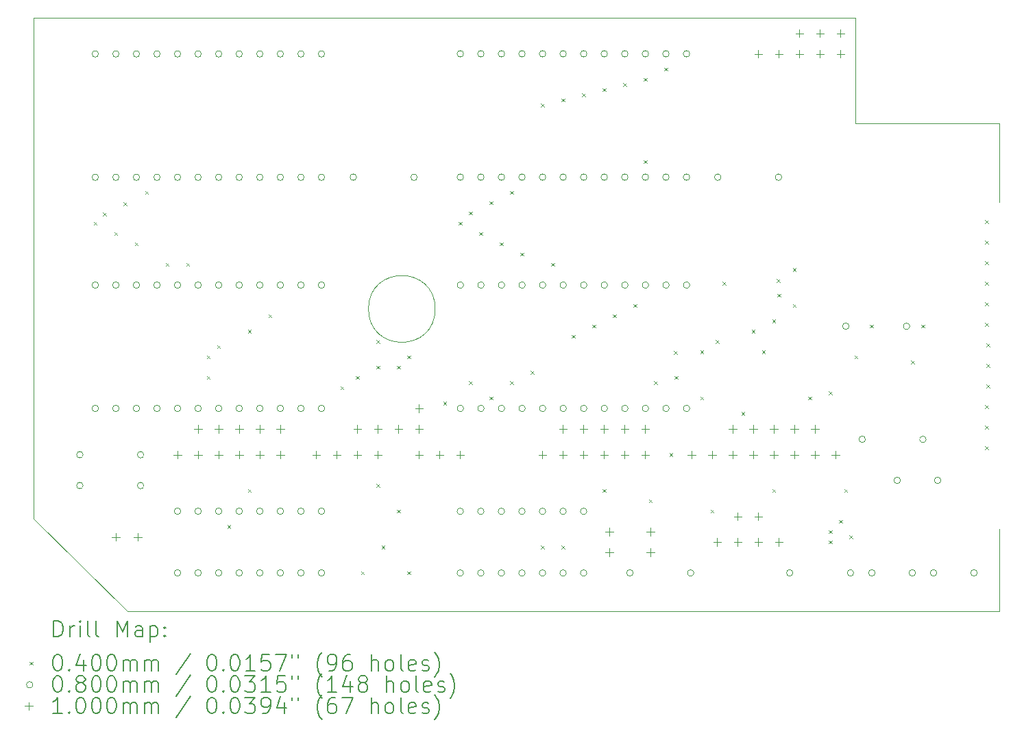
<source format=gbr>
%FSLAX45Y45*%
G04 Gerber Fmt 4.5, Leading zero omitted, Abs format (unit mm)*
G04 Created by KiCad (PCBNEW (6.0.0)) date 2022-11-09 00:48:39*
%MOMM*%
%LPD*%
G01*
G04 APERTURE LIST*
%TA.AperFunction,Profile*%
%ADD10C,0.100000*%
%TD*%
%ADD11C,0.200000*%
%ADD12C,0.040000*%
%ADD13C,0.080000*%
%ADD14C,0.100000*%
G04 APERTURE END LIST*
D10*
X18918500Y-9323430D02*
X18918500Y-8351430D01*
X11946500Y-10644930D02*
G75*
G03*
X11946500Y-10644930I-412500J0D01*
G01*
X18918500Y-8351430D02*
X17140500Y-8351430D01*
X17140500Y-8351430D02*
X17140500Y-7048430D01*
X18918500Y-13364570D02*
X18918500Y-14379570D01*
X6981500Y-7048430D02*
X6981500Y-13236430D01*
X8141500Y-14379570D02*
X6981500Y-13236430D01*
X18918500Y-14379570D02*
X8141500Y-14379570D01*
X17140500Y-7048430D02*
X6981500Y-7048430D01*
D11*
D12*
X7727000Y-9568500D02*
X7767000Y-9608500D01*
X7767000Y-9568500D02*
X7727000Y-9608500D01*
X7839451Y-9456049D02*
X7879451Y-9496049D01*
X7879451Y-9456049D02*
X7839451Y-9496049D01*
X7981000Y-9695500D02*
X8021000Y-9735500D01*
X8021000Y-9695500D02*
X7981000Y-9735500D01*
X8093451Y-9329049D02*
X8133451Y-9369049D01*
X8133451Y-9329049D02*
X8093451Y-9369049D01*
X8235000Y-9822500D02*
X8275000Y-9862500D01*
X8275000Y-9822500D02*
X8235000Y-9862500D01*
X8362000Y-9187500D02*
X8402000Y-9227500D01*
X8402000Y-9187500D02*
X8362000Y-9227500D01*
X8616000Y-10076500D02*
X8656000Y-10116500D01*
X8656000Y-10076500D02*
X8616000Y-10116500D01*
X8870000Y-10076500D02*
X8910000Y-10116500D01*
X8910000Y-10076500D02*
X8870000Y-10116500D01*
X9124000Y-11219500D02*
X9164000Y-11259500D01*
X9164000Y-11219500D02*
X9124000Y-11259500D01*
X9124000Y-11473500D02*
X9164000Y-11513500D01*
X9164000Y-11473500D02*
X9124000Y-11513500D01*
X9251000Y-11092500D02*
X9291000Y-11132500D01*
X9291000Y-11092500D02*
X9251000Y-11132500D01*
X9378000Y-13315000D02*
X9418000Y-13355000D01*
X9418000Y-13315000D02*
X9378000Y-13355000D01*
X9632000Y-10902000D02*
X9672000Y-10942000D01*
X9672000Y-10902000D02*
X9632000Y-10942000D01*
X9632000Y-12870500D02*
X9672000Y-12910500D01*
X9672000Y-12870500D02*
X9632000Y-12910500D01*
X9886000Y-10711500D02*
X9926000Y-10751500D01*
X9926000Y-10711500D02*
X9886000Y-10751500D01*
X10775000Y-11600500D02*
X10815000Y-11640500D01*
X10815000Y-11600500D02*
X10775000Y-11640500D01*
X10965500Y-11473500D02*
X11005500Y-11513500D01*
X11005500Y-11473500D02*
X10965500Y-11513500D01*
X11029000Y-13886500D02*
X11069000Y-13926500D01*
X11069000Y-13886500D02*
X11029000Y-13926500D01*
X11219500Y-11029000D02*
X11259500Y-11069000D01*
X11259500Y-11029000D02*
X11219500Y-11069000D01*
X11219500Y-11346500D02*
X11259500Y-11386500D01*
X11259500Y-11346500D02*
X11219500Y-11386500D01*
X11219500Y-12807000D02*
X11259500Y-12847000D01*
X11259500Y-12807000D02*
X11219500Y-12847000D01*
X11283000Y-13569000D02*
X11323000Y-13609000D01*
X11323000Y-13569000D02*
X11283000Y-13609000D01*
X11473500Y-11346500D02*
X11513500Y-11386500D01*
X11513500Y-11346500D02*
X11473500Y-11386500D01*
X11473500Y-13124500D02*
X11513500Y-13164500D01*
X11513500Y-13124500D02*
X11473500Y-13164500D01*
X11600500Y-11219500D02*
X11640500Y-11259500D01*
X11640500Y-11219500D02*
X11600500Y-11259500D01*
X11600500Y-13886500D02*
X11640500Y-13926500D01*
X11640500Y-13886500D02*
X11600500Y-13926500D01*
X12045000Y-11791000D02*
X12085000Y-11831000D01*
X12085000Y-11791000D02*
X12045000Y-11831000D01*
X12236000Y-9568500D02*
X12276000Y-9608500D01*
X12276000Y-9568500D02*
X12236000Y-9608500D01*
X12362500Y-9441500D02*
X12402500Y-9481500D01*
X12402500Y-9441500D02*
X12362500Y-9481500D01*
X12362500Y-11537000D02*
X12402500Y-11577000D01*
X12402500Y-11537000D02*
X12362500Y-11577000D01*
X12490000Y-9695500D02*
X12530000Y-9735500D01*
X12530000Y-9695500D02*
X12490000Y-9735500D01*
X12616500Y-9314500D02*
X12656500Y-9354500D01*
X12656500Y-9314500D02*
X12616500Y-9354500D01*
X12616500Y-11727500D02*
X12656500Y-11767500D01*
X12656500Y-11727500D02*
X12616500Y-11767500D01*
X12743500Y-9822500D02*
X12783500Y-9862500D01*
X12783500Y-9822500D02*
X12743500Y-9862500D01*
X12870500Y-9187500D02*
X12910500Y-9227500D01*
X12910500Y-9187500D02*
X12870500Y-9227500D01*
X12870500Y-11537000D02*
X12910500Y-11577000D01*
X12910500Y-11537000D02*
X12870500Y-11577000D01*
X12998000Y-9950000D02*
X13038000Y-9990000D01*
X13038000Y-9950000D02*
X12998000Y-9990000D01*
X13124500Y-11410000D02*
X13164500Y-11450000D01*
X13164500Y-11410000D02*
X13124500Y-11450000D01*
X13252000Y-8107500D02*
X13292000Y-8147500D01*
X13292000Y-8107500D02*
X13252000Y-8147500D01*
X13252000Y-13568500D02*
X13292000Y-13608500D01*
X13292000Y-13568500D02*
X13252000Y-13608500D01*
X13378500Y-10076500D02*
X13418500Y-10116500D01*
X13418500Y-10076500D02*
X13378500Y-10116500D01*
X13506000Y-8044000D02*
X13546000Y-8084000D01*
X13546000Y-8044000D02*
X13506000Y-8084000D01*
X13506000Y-13568500D02*
X13546000Y-13608500D01*
X13546000Y-13568500D02*
X13506000Y-13608500D01*
X13632500Y-10965500D02*
X13672500Y-11005500D01*
X13672500Y-10965500D02*
X13632500Y-11005500D01*
X13760000Y-7980500D02*
X13800000Y-8020500D01*
X13800000Y-7980500D02*
X13760000Y-8020500D01*
X13886500Y-10838500D02*
X13926500Y-10878500D01*
X13926500Y-10838500D02*
X13886500Y-10878500D01*
X14013500Y-12870500D02*
X14053500Y-12910500D01*
X14053500Y-12870500D02*
X14013500Y-12910500D01*
X14014000Y-7917000D02*
X14054000Y-7957000D01*
X14054000Y-7917000D02*
X14014000Y-7957000D01*
X14140500Y-10711500D02*
X14180500Y-10751500D01*
X14180500Y-10711500D02*
X14140500Y-10751500D01*
X14268000Y-7853500D02*
X14308000Y-7893500D01*
X14308000Y-7853500D02*
X14268000Y-7893500D01*
X14394500Y-10584500D02*
X14434500Y-10624500D01*
X14434500Y-10584500D02*
X14394500Y-10624500D01*
X14522000Y-7790000D02*
X14562000Y-7830000D01*
X14562000Y-7790000D02*
X14522000Y-7830000D01*
X14522000Y-8806000D02*
X14562000Y-8846000D01*
X14562000Y-8806000D02*
X14522000Y-8846000D01*
X14585000Y-12997500D02*
X14625000Y-13037500D01*
X14625000Y-12997500D02*
X14585000Y-13037500D01*
X14648500Y-11537000D02*
X14688500Y-11577000D01*
X14688500Y-11537000D02*
X14648500Y-11577000D01*
X14776000Y-7663000D02*
X14816000Y-7703000D01*
X14816000Y-7663000D02*
X14776000Y-7703000D01*
X14839000Y-12426000D02*
X14879000Y-12466000D01*
X14879000Y-12426000D02*
X14839000Y-12466000D01*
X14893549Y-11164951D02*
X14933549Y-11204951D01*
X14933549Y-11164951D02*
X14893549Y-11204951D01*
X14902500Y-11473500D02*
X14942500Y-11513500D01*
X14942500Y-11473500D02*
X14902500Y-11513500D01*
X15220000Y-11156000D02*
X15260000Y-11196000D01*
X15260000Y-11156000D02*
X15220000Y-11196000D01*
X15220000Y-11727500D02*
X15260000Y-11767500D01*
X15260000Y-11727500D02*
X15220000Y-11767500D01*
X15347000Y-13124500D02*
X15387000Y-13164500D01*
X15387000Y-13124500D02*
X15347000Y-13164500D01*
X15410500Y-11029000D02*
X15450500Y-11069000D01*
X15450500Y-11029000D02*
X15410500Y-11069000D01*
X15496500Y-10308000D02*
X15536500Y-10348000D01*
X15536500Y-10308000D02*
X15496500Y-10348000D01*
X15728000Y-11918000D02*
X15768000Y-11958000D01*
X15768000Y-11918000D02*
X15728000Y-11958000D01*
X15855000Y-10902000D02*
X15895000Y-10942000D01*
X15895000Y-10902000D02*
X15855000Y-10942000D01*
X15982000Y-11156000D02*
X16022000Y-11196000D01*
X16022000Y-11156000D02*
X15982000Y-11196000D01*
X16109000Y-10775000D02*
X16149000Y-10815000D01*
X16149000Y-10775000D02*
X16109000Y-10815000D01*
X16109000Y-12870500D02*
X16149000Y-12910500D01*
X16149000Y-12870500D02*
X16109000Y-12910500D01*
X16166500Y-10273000D02*
X16206500Y-10313000D01*
X16206500Y-10273000D02*
X16166500Y-10313000D01*
X16172500Y-10457500D02*
X16212500Y-10497500D01*
X16212500Y-10457500D02*
X16172500Y-10497500D01*
X16363000Y-10140000D02*
X16403000Y-10180000D01*
X16403000Y-10140000D02*
X16363000Y-10180000D01*
X16363000Y-10584500D02*
X16403000Y-10624500D01*
X16403000Y-10584500D02*
X16363000Y-10624500D01*
X16553500Y-11727500D02*
X16593500Y-11767500D01*
X16593500Y-11727500D02*
X16553500Y-11767500D01*
X16807500Y-11664000D02*
X16847500Y-11704000D01*
X16847500Y-11664000D02*
X16807500Y-11704000D01*
X16807500Y-13378500D02*
X16847500Y-13418500D01*
X16847500Y-13378500D02*
X16807500Y-13418500D01*
X16807500Y-13505500D02*
X16847500Y-13545500D01*
X16847500Y-13505500D02*
X16807500Y-13545500D01*
X16934500Y-13251500D02*
X16974500Y-13291500D01*
X16974500Y-13251500D02*
X16934500Y-13291500D01*
X16998000Y-12870500D02*
X17038000Y-12910500D01*
X17038000Y-12870500D02*
X16998000Y-12910500D01*
X17061500Y-13442000D02*
X17101500Y-13482000D01*
X17101500Y-13442000D02*
X17061500Y-13482000D01*
X17125000Y-11219500D02*
X17165000Y-11259500D01*
X17165000Y-11219500D02*
X17125000Y-11259500D01*
X17315500Y-10838500D02*
X17355500Y-10878500D01*
X17355500Y-10838500D02*
X17315500Y-10878500D01*
X17823500Y-11283000D02*
X17863500Y-11323000D01*
X17863500Y-11283000D02*
X17823500Y-11323000D01*
X17950500Y-10838500D02*
X17990500Y-10878500D01*
X17990500Y-10838500D02*
X17950500Y-10878500D01*
X18735000Y-9546000D02*
X18775000Y-9586000D01*
X18775000Y-9546000D02*
X18735000Y-9586000D01*
X18735000Y-9800000D02*
X18775000Y-9840000D01*
X18775000Y-9800000D02*
X18735000Y-9840000D01*
X18735000Y-10054000D02*
X18775000Y-10094000D01*
X18775000Y-10054000D02*
X18735000Y-10094000D01*
X18735000Y-10308000D02*
X18775000Y-10348000D01*
X18775000Y-10308000D02*
X18735000Y-10348000D01*
X18735000Y-10562000D02*
X18775000Y-10602000D01*
X18775000Y-10562000D02*
X18735000Y-10602000D01*
X18735000Y-10816000D02*
X18775000Y-10856000D01*
X18775000Y-10816000D02*
X18735000Y-10856000D01*
X18735000Y-11832000D02*
X18775000Y-11872000D01*
X18775000Y-11832000D02*
X18735000Y-11872000D01*
X18735000Y-12086000D02*
X18775000Y-12126000D01*
X18775000Y-12086000D02*
X18735000Y-12126000D01*
X18735000Y-12340000D02*
X18775000Y-12380000D01*
X18775000Y-12340000D02*
X18735000Y-12380000D01*
X18753500Y-11070000D02*
X18793500Y-11110000D01*
X18793500Y-11070000D02*
X18753500Y-11110000D01*
X18753500Y-11324000D02*
X18793500Y-11364000D01*
X18793500Y-11324000D02*
X18753500Y-11364000D01*
X18753500Y-11578000D02*
X18793500Y-11618000D01*
X18793500Y-11578000D02*
X18753500Y-11618000D01*
D13*
X7596500Y-12446000D02*
G75*
G03*
X7596500Y-12446000I-40000J0D01*
G01*
X7596500Y-12827000D02*
G75*
G03*
X7596500Y-12827000I-40000J0D01*
G01*
X7787000Y-7493000D02*
G75*
G03*
X7787000Y-7493000I-40000J0D01*
G01*
X7787000Y-9017000D02*
G75*
G03*
X7787000Y-9017000I-40000J0D01*
G01*
X7787000Y-10350000D02*
G75*
G03*
X7787000Y-10350000I-40000J0D01*
G01*
X7787000Y-11874000D02*
G75*
G03*
X7787000Y-11874000I-40000J0D01*
G01*
X8041000Y-7493000D02*
G75*
G03*
X8041000Y-7493000I-40000J0D01*
G01*
X8041000Y-9017000D02*
G75*
G03*
X8041000Y-9017000I-40000J0D01*
G01*
X8041000Y-10350000D02*
G75*
G03*
X8041000Y-10350000I-40000J0D01*
G01*
X8041000Y-11874000D02*
G75*
G03*
X8041000Y-11874000I-40000J0D01*
G01*
X8295000Y-7493000D02*
G75*
G03*
X8295000Y-7493000I-40000J0D01*
G01*
X8295000Y-9017000D02*
G75*
G03*
X8295000Y-9017000I-40000J0D01*
G01*
X8295000Y-10350000D02*
G75*
G03*
X8295000Y-10350000I-40000J0D01*
G01*
X8295000Y-11874000D02*
G75*
G03*
X8295000Y-11874000I-40000J0D01*
G01*
X8346500Y-12446000D02*
G75*
G03*
X8346500Y-12446000I-40000J0D01*
G01*
X8346500Y-12827000D02*
G75*
G03*
X8346500Y-12827000I-40000J0D01*
G01*
X8549000Y-7493000D02*
G75*
G03*
X8549000Y-7493000I-40000J0D01*
G01*
X8549000Y-9017000D02*
G75*
G03*
X8549000Y-9017000I-40000J0D01*
G01*
X8549000Y-10350000D02*
G75*
G03*
X8549000Y-10350000I-40000J0D01*
G01*
X8549000Y-11874000D02*
G75*
G03*
X8549000Y-11874000I-40000J0D01*
G01*
X8803000Y-7493000D02*
G75*
G03*
X8803000Y-7493000I-40000J0D01*
G01*
X8803000Y-9017000D02*
G75*
G03*
X8803000Y-9017000I-40000J0D01*
G01*
X8803000Y-10350000D02*
G75*
G03*
X8803000Y-10350000I-40000J0D01*
G01*
X8803000Y-11874000D02*
G75*
G03*
X8803000Y-11874000I-40000J0D01*
G01*
X8803000Y-13144500D02*
G75*
G03*
X8803000Y-13144500I-40000J0D01*
G01*
X8803000Y-13906500D02*
G75*
G03*
X8803000Y-13906500I-40000J0D01*
G01*
X9057000Y-7493000D02*
G75*
G03*
X9057000Y-7493000I-40000J0D01*
G01*
X9057000Y-9017000D02*
G75*
G03*
X9057000Y-9017000I-40000J0D01*
G01*
X9057000Y-10350000D02*
G75*
G03*
X9057000Y-10350000I-40000J0D01*
G01*
X9057000Y-11874000D02*
G75*
G03*
X9057000Y-11874000I-40000J0D01*
G01*
X9057000Y-13144500D02*
G75*
G03*
X9057000Y-13144500I-40000J0D01*
G01*
X9057000Y-13906500D02*
G75*
G03*
X9057000Y-13906500I-40000J0D01*
G01*
X9311000Y-7493000D02*
G75*
G03*
X9311000Y-7493000I-40000J0D01*
G01*
X9311000Y-9017000D02*
G75*
G03*
X9311000Y-9017000I-40000J0D01*
G01*
X9311000Y-10350000D02*
G75*
G03*
X9311000Y-10350000I-40000J0D01*
G01*
X9311000Y-11874000D02*
G75*
G03*
X9311000Y-11874000I-40000J0D01*
G01*
X9311000Y-13144500D02*
G75*
G03*
X9311000Y-13144500I-40000J0D01*
G01*
X9311000Y-13906500D02*
G75*
G03*
X9311000Y-13906500I-40000J0D01*
G01*
X9565000Y-7493000D02*
G75*
G03*
X9565000Y-7493000I-40000J0D01*
G01*
X9565000Y-9017000D02*
G75*
G03*
X9565000Y-9017000I-40000J0D01*
G01*
X9565000Y-10350000D02*
G75*
G03*
X9565000Y-10350000I-40000J0D01*
G01*
X9565000Y-11874000D02*
G75*
G03*
X9565000Y-11874000I-40000J0D01*
G01*
X9565000Y-13144500D02*
G75*
G03*
X9565000Y-13144500I-40000J0D01*
G01*
X9565000Y-13906500D02*
G75*
G03*
X9565000Y-13906500I-40000J0D01*
G01*
X9819000Y-7493000D02*
G75*
G03*
X9819000Y-7493000I-40000J0D01*
G01*
X9819000Y-9017000D02*
G75*
G03*
X9819000Y-9017000I-40000J0D01*
G01*
X9819000Y-10350000D02*
G75*
G03*
X9819000Y-10350000I-40000J0D01*
G01*
X9819000Y-11874000D02*
G75*
G03*
X9819000Y-11874000I-40000J0D01*
G01*
X9819000Y-13144500D02*
G75*
G03*
X9819000Y-13144500I-40000J0D01*
G01*
X9819000Y-13906500D02*
G75*
G03*
X9819000Y-13906500I-40000J0D01*
G01*
X10073000Y-7493000D02*
G75*
G03*
X10073000Y-7493000I-40000J0D01*
G01*
X10073000Y-9017000D02*
G75*
G03*
X10073000Y-9017000I-40000J0D01*
G01*
X10073000Y-10350000D02*
G75*
G03*
X10073000Y-10350000I-40000J0D01*
G01*
X10073000Y-11874000D02*
G75*
G03*
X10073000Y-11874000I-40000J0D01*
G01*
X10073000Y-13144500D02*
G75*
G03*
X10073000Y-13144500I-40000J0D01*
G01*
X10073000Y-13906500D02*
G75*
G03*
X10073000Y-13906500I-40000J0D01*
G01*
X10327000Y-7493000D02*
G75*
G03*
X10327000Y-7493000I-40000J0D01*
G01*
X10327000Y-9017000D02*
G75*
G03*
X10327000Y-9017000I-40000J0D01*
G01*
X10327000Y-10350000D02*
G75*
G03*
X10327000Y-10350000I-40000J0D01*
G01*
X10327000Y-11874000D02*
G75*
G03*
X10327000Y-11874000I-40000J0D01*
G01*
X10327000Y-13144500D02*
G75*
G03*
X10327000Y-13144500I-40000J0D01*
G01*
X10327000Y-13906500D02*
G75*
G03*
X10327000Y-13906500I-40000J0D01*
G01*
X10581000Y-7493000D02*
G75*
G03*
X10581000Y-7493000I-40000J0D01*
G01*
X10581000Y-9017000D02*
G75*
G03*
X10581000Y-9017000I-40000J0D01*
G01*
X10581000Y-10350000D02*
G75*
G03*
X10581000Y-10350000I-40000J0D01*
G01*
X10581000Y-11874000D02*
G75*
G03*
X10581000Y-11874000I-40000J0D01*
G01*
X10581000Y-13144500D02*
G75*
G03*
X10581000Y-13144500I-40000J0D01*
G01*
X10581000Y-13906500D02*
G75*
G03*
X10581000Y-13906500I-40000J0D01*
G01*
X10974000Y-9017000D02*
G75*
G03*
X10974000Y-9017000I-40000J0D01*
G01*
X11724000Y-9017000D02*
G75*
G03*
X11724000Y-9017000I-40000J0D01*
G01*
X12296000Y-7492500D02*
G75*
G03*
X12296000Y-7492500I-40000J0D01*
G01*
X12296000Y-9016500D02*
G75*
G03*
X12296000Y-9016500I-40000J0D01*
G01*
X12296000Y-10350000D02*
G75*
G03*
X12296000Y-10350000I-40000J0D01*
G01*
X12296000Y-11874000D02*
G75*
G03*
X12296000Y-11874000I-40000J0D01*
G01*
X12296000Y-13145500D02*
G75*
G03*
X12296000Y-13145500I-40000J0D01*
G01*
X12296000Y-13907500D02*
G75*
G03*
X12296000Y-13907500I-40000J0D01*
G01*
X12550000Y-7492500D02*
G75*
G03*
X12550000Y-7492500I-40000J0D01*
G01*
X12550000Y-9016500D02*
G75*
G03*
X12550000Y-9016500I-40000J0D01*
G01*
X12550000Y-10350000D02*
G75*
G03*
X12550000Y-10350000I-40000J0D01*
G01*
X12550000Y-11874000D02*
G75*
G03*
X12550000Y-11874000I-40000J0D01*
G01*
X12550000Y-13145500D02*
G75*
G03*
X12550000Y-13145500I-40000J0D01*
G01*
X12550000Y-13907500D02*
G75*
G03*
X12550000Y-13907500I-40000J0D01*
G01*
X12804000Y-7492500D02*
G75*
G03*
X12804000Y-7492500I-40000J0D01*
G01*
X12804000Y-9016500D02*
G75*
G03*
X12804000Y-9016500I-40000J0D01*
G01*
X12804000Y-10350000D02*
G75*
G03*
X12804000Y-10350000I-40000J0D01*
G01*
X12804000Y-11874000D02*
G75*
G03*
X12804000Y-11874000I-40000J0D01*
G01*
X12804000Y-13145500D02*
G75*
G03*
X12804000Y-13145500I-40000J0D01*
G01*
X12804000Y-13907500D02*
G75*
G03*
X12804000Y-13907500I-40000J0D01*
G01*
X13058000Y-7492500D02*
G75*
G03*
X13058000Y-7492500I-40000J0D01*
G01*
X13058000Y-9016500D02*
G75*
G03*
X13058000Y-9016500I-40000J0D01*
G01*
X13058000Y-10350000D02*
G75*
G03*
X13058000Y-10350000I-40000J0D01*
G01*
X13058000Y-11874000D02*
G75*
G03*
X13058000Y-11874000I-40000J0D01*
G01*
X13058000Y-13145500D02*
G75*
G03*
X13058000Y-13145500I-40000J0D01*
G01*
X13058000Y-13907500D02*
G75*
G03*
X13058000Y-13907500I-40000J0D01*
G01*
X13312000Y-7492500D02*
G75*
G03*
X13312000Y-7492500I-40000J0D01*
G01*
X13312000Y-9016500D02*
G75*
G03*
X13312000Y-9016500I-40000J0D01*
G01*
X13312000Y-10350000D02*
G75*
G03*
X13312000Y-10350000I-40000J0D01*
G01*
X13312000Y-11874000D02*
G75*
G03*
X13312000Y-11874000I-40000J0D01*
G01*
X13312000Y-13145500D02*
G75*
G03*
X13312000Y-13145500I-40000J0D01*
G01*
X13312000Y-13907500D02*
G75*
G03*
X13312000Y-13907500I-40000J0D01*
G01*
X13566000Y-7492500D02*
G75*
G03*
X13566000Y-7492500I-40000J0D01*
G01*
X13566000Y-9016500D02*
G75*
G03*
X13566000Y-9016500I-40000J0D01*
G01*
X13566000Y-10350000D02*
G75*
G03*
X13566000Y-10350000I-40000J0D01*
G01*
X13566000Y-11874000D02*
G75*
G03*
X13566000Y-11874000I-40000J0D01*
G01*
X13566000Y-13145500D02*
G75*
G03*
X13566000Y-13145500I-40000J0D01*
G01*
X13566000Y-13907500D02*
G75*
G03*
X13566000Y-13907500I-40000J0D01*
G01*
X13820000Y-7492500D02*
G75*
G03*
X13820000Y-7492500I-40000J0D01*
G01*
X13820000Y-9016500D02*
G75*
G03*
X13820000Y-9016500I-40000J0D01*
G01*
X13820000Y-10350000D02*
G75*
G03*
X13820000Y-10350000I-40000J0D01*
G01*
X13820000Y-11874000D02*
G75*
G03*
X13820000Y-11874000I-40000J0D01*
G01*
X13820000Y-13145500D02*
G75*
G03*
X13820000Y-13145500I-40000J0D01*
G01*
X13820000Y-13907500D02*
G75*
G03*
X13820000Y-13907500I-40000J0D01*
G01*
X14074000Y-7492500D02*
G75*
G03*
X14074000Y-7492500I-40000J0D01*
G01*
X14074000Y-9016500D02*
G75*
G03*
X14074000Y-9016500I-40000J0D01*
G01*
X14074000Y-10350000D02*
G75*
G03*
X14074000Y-10350000I-40000J0D01*
G01*
X14074000Y-11874000D02*
G75*
G03*
X14074000Y-11874000I-40000J0D01*
G01*
X14328000Y-7492500D02*
G75*
G03*
X14328000Y-7492500I-40000J0D01*
G01*
X14328000Y-9016500D02*
G75*
G03*
X14328000Y-9016500I-40000J0D01*
G01*
X14328000Y-10350000D02*
G75*
G03*
X14328000Y-10350000I-40000J0D01*
G01*
X14328000Y-11874000D02*
G75*
G03*
X14328000Y-11874000I-40000J0D01*
G01*
X14391000Y-13906500D02*
G75*
G03*
X14391000Y-13906500I-40000J0D01*
G01*
X14582000Y-7492500D02*
G75*
G03*
X14582000Y-7492500I-40000J0D01*
G01*
X14582000Y-9016500D02*
G75*
G03*
X14582000Y-9016500I-40000J0D01*
G01*
X14582000Y-10350000D02*
G75*
G03*
X14582000Y-10350000I-40000J0D01*
G01*
X14582000Y-11874000D02*
G75*
G03*
X14582000Y-11874000I-40000J0D01*
G01*
X14836000Y-7492500D02*
G75*
G03*
X14836000Y-7492500I-40000J0D01*
G01*
X14836000Y-9016500D02*
G75*
G03*
X14836000Y-9016500I-40000J0D01*
G01*
X14836000Y-10350000D02*
G75*
G03*
X14836000Y-10350000I-40000J0D01*
G01*
X14836000Y-11874000D02*
G75*
G03*
X14836000Y-11874000I-40000J0D01*
G01*
X15090000Y-7492500D02*
G75*
G03*
X15090000Y-7492500I-40000J0D01*
G01*
X15090000Y-9016500D02*
G75*
G03*
X15090000Y-9016500I-40000J0D01*
G01*
X15090000Y-10350000D02*
G75*
G03*
X15090000Y-10350000I-40000J0D01*
G01*
X15090000Y-11874000D02*
G75*
G03*
X15090000Y-11874000I-40000J0D01*
G01*
X15141000Y-13906500D02*
G75*
G03*
X15141000Y-13906500I-40000J0D01*
G01*
X15476500Y-9017000D02*
G75*
G03*
X15476500Y-9017000I-40000J0D01*
G01*
X16226500Y-9017000D02*
G75*
G03*
X16226500Y-9017000I-40000J0D01*
G01*
X16365500Y-13906500D02*
G75*
G03*
X16365500Y-13906500I-40000J0D01*
G01*
X17058000Y-10858500D02*
G75*
G03*
X17058000Y-10858500I-40000J0D01*
G01*
X17115500Y-13906500D02*
G75*
G03*
X17115500Y-13906500I-40000J0D01*
G01*
X17260500Y-12255500D02*
G75*
G03*
X17260500Y-12255500I-40000J0D01*
G01*
X17379500Y-13906500D02*
G75*
G03*
X17379500Y-13906500I-40000J0D01*
G01*
X17693000Y-12763500D02*
G75*
G03*
X17693000Y-12763500I-40000J0D01*
G01*
X17808000Y-10858500D02*
G75*
G03*
X17808000Y-10858500I-40000J0D01*
G01*
X17879500Y-13906500D02*
G75*
G03*
X17879500Y-13906500I-40000J0D01*
G01*
X18010500Y-12255500D02*
G75*
G03*
X18010500Y-12255500I-40000J0D01*
G01*
X18141500Y-13906500D02*
G75*
G03*
X18141500Y-13906500I-40000J0D01*
G01*
X18193000Y-12763500D02*
G75*
G03*
X18193000Y-12763500I-40000J0D01*
G01*
X18641500Y-13906500D02*
G75*
G03*
X18641500Y-13906500I-40000J0D01*
G01*
D14*
X8001000Y-13412000D02*
X8001000Y-13512000D01*
X7951000Y-13462000D02*
X8051000Y-13462000D01*
X8269500Y-13412000D02*
X8269500Y-13512000D01*
X8219500Y-13462000D02*
X8319500Y-13462000D01*
X8763000Y-12396000D02*
X8763000Y-12496000D01*
X8713000Y-12446000D02*
X8813000Y-12446000D01*
X9017000Y-12078500D02*
X9017000Y-12178500D01*
X8967000Y-12128500D02*
X9067000Y-12128500D01*
X9017000Y-12396000D02*
X9017000Y-12496000D01*
X8967000Y-12446000D02*
X9067000Y-12446000D01*
X9271000Y-12078500D02*
X9271000Y-12178500D01*
X9221000Y-12128500D02*
X9321000Y-12128500D01*
X9271000Y-12396000D02*
X9271000Y-12496000D01*
X9221000Y-12446000D02*
X9321000Y-12446000D01*
X9525000Y-12078500D02*
X9525000Y-12178500D01*
X9475000Y-12128500D02*
X9575000Y-12128500D01*
X9525000Y-12396000D02*
X9525000Y-12496000D01*
X9475000Y-12446000D02*
X9575000Y-12446000D01*
X9779000Y-12078500D02*
X9779000Y-12178500D01*
X9729000Y-12128500D02*
X9829000Y-12128500D01*
X9779000Y-12396000D02*
X9779000Y-12496000D01*
X9729000Y-12446000D02*
X9829000Y-12446000D01*
X10033000Y-12078500D02*
X10033000Y-12178500D01*
X9983000Y-12128500D02*
X10083000Y-12128500D01*
X10033000Y-12396000D02*
X10033000Y-12496000D01*
X9983000Y-12446000D02*
X10083000Y-12446000D01*
X10477500Y-12396000D02*
X10477500Y-12496000D01*
X10427500Y-12446000D02*
X10527500Y-12446000D01*
X10731500Y-12396000D02*
X10731500Y-12496000D01*
X10681500Y-12446000D02*
X10781500Y-12446000D01*
X10985500Y-12078500D02*
X10985500Y-12178500D01*
X10935500Y-12128500D02*
X11035500Y-12128500D01*
X10985500Y-12396000D02*
X10985500Y-12496000D01*
X10935500Y-12446000D02*
X11035500Y-12446000D01*
X11239500Y-12078500D02*
X11239500Y-12178500D01*
X11189500Y-12128500D02*
X11289500Y-12128500D01*
X11239500Y-12396000D02*
X11239500Y-12496000D01*
X11189500Y-12446000D02*
X11289500Y-12446000D01*
X11493500Y-12078500D02*
X11493500Y-12178500D01*
X11443500Y-12128500D02*
X11543500Y-12128500D01*
X11747500Y-11824500D02*
X11747500Y-11924500D01*
X11697500Y-11874500D02*
X11797500Y-11874500D01*
X11747500Y-12078500D02*
X11747500Y-12178500D01*
X11697500Y-12128500D02*
X11797500Y-12128500D01*
X11747500Y-12396000D02*
X11747500Y-12496000D01*
X11697500Y-12446000D02*
X11797500Y-12446000D01*
X12001500Y-12396000D02*
X12001500Y-12496000D01*
X11951500Y-12446000D02*
X12051500Y-12446000D01*
X12255500Y-12396000D02*
X12255500Y-12496000D01*
X12205500Y-12446000D02*
X12305500Y-12446000D01*
X13271500Y-12396000D02*
X13271500Y-12496000D01*
X13221500Y-12446000D02*
X13321500Y-12446000D01*
X13525500Y-12078500D02*
X13525500Y-12178500D01*
X13475500Y-12128500D02*
X13575500Y-12128500D01*
X13525500Y-12396000D02*
X13525500Y-12496000D01*
X13475500Y-12446000D02*
X13575500Y-12446000D01*
X13779500Y-12078500D02*
X13779500Y-12178500D01*
X13729500Y-12128500D02*
X13829500Y-12128500D01*
X13779500Y-12396000D02*
X13779500Y-12496000D01*
X13729500Y-12446000D02*
X13829500Y-12446000D01*
X14033500Y-12078500D02*
X14033500Y-12178500D01*
X13983500Y-12128500D02*
X14083500Y-12128500D01*
X14033500Y-12396000D02*
X14033500Y-12496000D01*
X13983500Y-12446000D02*
X14083500Y-12446000D01*
X14097000Y-13348500D02*
X14097000Y-13448500D01*
X14047000Y-13398500D02*
X14147000Y-13398500D01*
X14097000Y-13602500D02*
X14097000Y-13702500D01*
X14047000Y-13652500D02*
X14147000Y-13652500D01*
X14287500Y-12078500D02*
X14287500Y-12178500D01*
X14237500Y-12128500D02*
X14337500Y-12128500D01*
X14287500Y-12396000D02*
X14287500Y-12496000D01*
X14237500Y-12446000D02*
X14337500Y-12446000D01*
X14541500Y-12078500D02*
X14541500Y-12178500D01*
X14491500Y-12128500D02*
X14591500Y-12128500D01*
X14541500Y-12396000D02*
X14541500Y-12496000D01*
X14491500Y-12446000D02*
X14591500Y-12446000D01*
X14605000Y-13348500D02*
X14605000Y-13448500D01*
X14555000Y-13398500D02*
X14655000Y-13398500D01*
X14605000Y-13602500D02*
X14605000Y-13702500D01*
X14555000Y-13652500D02*
X14655000Y-13652500D01*
X15113000Y-12396000D02*
X15113000Y-12496000D01*
X15063000Y-12446000D02*
X15163000Y-12446000D01*
X15367000Y-12396000D02*
X15367000Y-12496000D01*
X15317000Y-12446000D02*
X15417000Y-12446000D01*
X15430500Y-13475500D02*
X15430500Y-13575500D01*
X15380500Y-13525500D02*
X15480500Y-13525500D01*
X15621000Y-12078500D02*
X15621000Y-12178500D01*
X15571000Y-12128500D02*
X15671000Y-12128500D01*
X15621000Y-12396000D02*
X15621000Y-12496000D01*
X15571000Y-12446000D02*
X15671000Y-12446000D01*
X15684500Y-13158000D02*
X15684500Y-13258000D01*
X15634500Y-13208000D02*
X15734500Y-13208000D01*
X15684500Y-13475500D02*
X15684500Y-13575500D01*
X15634500Y-13525500D02*
X15734500Y-13525500D01*
X15875000Y-12078500D02*
X15875000Y-12178500D01*
X15825000Y-12128500D02*
X15925000Y-12128500D01*
X15875000Y-12396000D02*
X15875000Y-12496000D01*
X15825000Y-12446000D02*
X15925000Y-12446000D01*
X15938500Y-7443000D02*
X15938500Y-7543000D01*
X15888500Y-7493000D02*
X15988500Y-7493000D01*
X15938500Y-13158000D02*
X15938500Y-13258000D01*
X15888500Y-13208000D02*
X15988500Y-13208000D01*
X15938500Y-13475500D02*
X15938500Y-13575500D01*
X15888500Y-13525500D02*
X15988500Y-13525500D01*
X16129000Y-12078500D02*
X16129000Y-12178500D01*
X16079000Y-12128500D02*
X16179000Y-12128500D01*
X16129000Y-12396000D02*
X16129000Y-12496000D01*
X16079000Y-12446000D02*
X16179000Y-12446000D01*
X16192500Y-7443000D02*
X16192500Y-7543000D01*
X16142500Y-7493000D02*
X16242500Y-7493000D01*
X16192500Y-13475500D02*
X16192500Y-13575500D01*
X16142500Y-13525500D02*
X16242500Y-13525500D01*
X16383000Y-12078500D02*
X16383000Y-12178500D01*
X16333000Y-12128500D02*
X16433000Y-12128500D01*
X16383000Y-12396000D02*
X16383000Y-12496000D01*
X16333000Y-12446000D02*
X16433000Y-12446000D01*
X16446500Y-7189000D02*
X16446500Y-7289000D01*
X16396500Y-7239000D02*
X16496500Y-7239000D01*
X16446500Y-7443000D02*
X16446500Y-7543000D01*
X16396500Y-7493000D02*
X16496500Y-7493000D01*
X16637000Y-12078500D02*
X16637000Y-12178500D01*
X16587000Y-12128500D02*
X16687000Y-12128500D01*
X16637000Y-12396000D02*
X16637000Y-12496000D01*
X16587000Y-12446000D02*
X16687000Y-12446000D01*
X16700500Y-7189000D02*
X16700500Y-7289000D01*
X16650500Y-7239000D02*
X16750500Y-7239000D01*
X16700500Y-7443000D02*
X16700500Y-7543000D01*
X16650500Y-7493000D02*
X16750500Y-7493000D01*
X16891000Y-12396000D02*
X16891000Y-12496000D01*
X16841000Y-12446000D02*
X16941000Y-12446000D01*
X16954500Y-7189000D02*
X16954500Y-7289000D01*
X16904500Y-7239000D02*
X17004500Y-7239000D01*
X16954500Y-7443000D02*
X16954500Y-7543000D01*
X16904500Y-7493000D02*
X17004500Y-7493000D01*
D11*
X7234119Y-14695046D02*
X7234119Y-14495046D01*
X7281738Y-14495046D01*
X7310309Y-14504570D01*
X7329357Y-14523618D01*
X7338881Y-14542665D01*
X7348405Y-14580760D01*
X7348405Y-14609332D01*
X7338881Y-14647427D01*
X7329357Y-14666475D01*
X7310309Y-14685522D01*
X7281738Y-14695046D01*
X7234119Y-14695046D01*
X7434119Y-14695046D02*
X7434119Y-14561713D01*
X7434119Y-14599808D02*
X7443643Y-14580760D01*
X7453167Y-14571237D01*
X7472214Y-14561713D01*
X7491262Y-14561713D01*
X7557928Y-14695046D02*
X7557928Y-14561713D01*
X7557928Y-14495046D02*
X7548405Y-14504570D01*
X7557928Y-14514094D01*
X7567452Y-14504570D01*
X7557928Y-14495046D01*
X7557928Y-14514094D01*
X7681738Y-14695046D02*
X7662690Y-14685522D01*
X7653167Y-14666475D01*
X7653167Y-14495046D01*
X7786500Y-14695046D02*
X7767452Y-14685522D01*
X7757928Y-14666475D01*
X7757928Y-14495046D01*
X8015071Y-14695046D02*
X8015071Y-14495046D01*
X8081738Y-14637903D01*
X8148405Y-14495046D01*
X8148405Y-14695046D01*
X8329357Y-14695046D02*
X8329357Y-14590284D01*
X8319833Y-14571237D01*
X8300786Y-14561713D01*
X8262690Y-14561713D01*
X8243643Y-14571237D01*
X8329357Y-14685522D02*
X8310309Y-14695046D01*
X8262690Y-14695046D01*
X8243643Y-14685522D01*
X8234119Y-14666475D01*
X8234119Y-14647427D01*
X8243643Y-14628379D01*
X8262690Y-14618856D01*
X8310309Y-14618856D01*
X8329357Y-14609332D01*
X8424595Y-14561713D02*
X8424595Y-14761713D01*
X8424595Y-14571237D02*
X8443643Y-14561713D01*
X8481738Y-14561713D01*
X8500786Y-14571237D01*
X8510310Y-14580760D01*
X8519833Y-14599808D01*
X8519833Y-14656951D01*
X8510310Y-14675998D01*
X8500786Y-14685522D01*
X8481738Y-14695046D01*
X8443643Y-14695046D01*
X8424595Y-14685522D01*
X8605548Y-14675998D02*
X8615071Y-14685522D01*
X8605548Y-14695046D01*
X8596024Y-14685522D01*
X8605548Y-14675998D01*
X8605548Y-14695046D01*
X8605548Y-14571237D02*
X8615071Y-14580760D01*
X8605548Y-14590284D01*
X8596024Y-14580760D01*
X8605548Y-14571237D01*
X8605548Y-14590284D01*
D12*
X6936500Y-15004570D02*
X6976500Y-15044570D01*
X6976500Y-15004570D02*
X6936500Y-15044570D01*
D11*
X7272214Y-14915046D02*
X7291262Y-14915046D01*
X7310309Y-14924570D01*
X7319833Y-14934094D01*
X7329357Y-14953141D01*
X7338881Y-14991237D01*
X7338881Y-15038856D01*
X7329357Y-15076951D01*
X7319833Y-15095998D01*
X7310309Y-15105522D01*
X7291262Y-15115046D01*
X7272214Y-15115046D01*
X7253167Y-15105522D01*
X7243643Y-15095998D01*
X7234119Y-15076951D01*
X7224595Y-15038856D01*
X7224595Y-14991237D01*
X7234119Y-14953141D01*
X7243643Y-14934094D01*
X7253167Y-14924570D01*
X7272214Y-14915046D01*
X7424595Y-15095998D02*
X7434119Y-15105522D01*
X7424595Y-15115046D01*
X7415071Y-15105522D01*
X7424595Y-15095998D01*
X7424595Y-15115046D01*
X7605548Y-14981713D02*
X7605548Y-15115046D01*
X7557928Y-14905522D02*
X7510309Y-15048379D01*
X7634119Y-15048379D01*
X7748405Y-14915046D02*
X7767452Y-14915046D01*
X7786500Y-14924570D01*
X7796024Y-14934094D01*
X7805548Y-14953141D01*
X7815071Y-14991237D01*
X7815071Y-15038856D01*
X7805548Y-15076951D01*
X7796024Y-15095998D01*
X7786500Y-15105522D01*
X7767452Y-15115046D01*
X7748405Y-15115046D01*
X7729357Y-15105522D01*
X7719833Y-15095998D01*
X7710309Y-15076951D01*
X7700786Y-15038856D01*
X7700786Y-14991237D01*
X7710309Y-14953141D01*
X7719833Y-14934094D01*
X7729357Y-14924570D01*
X7748405Y-14915046D01*
X7938881Y-14915046D02*
X7957928Y-14915046D01*
X7976976Y-14924570D01*
X7986500Y-14934094D01*
X7996024Y-14953141D01*
X8005548Y-14991237D01*
X8005548Y-15038856D01*
X7996024Y-15076951D01*
X7986500Y-15095998D01*
X7976976Y-15105522D01*
X7957928Y-15115046D01*
X7938881Y-15115046D01*
X7919833Y-15105522D01*
X7910309Y-15095998D01*
X7900786Y-15076951D01*
X7891262Y-15038856D01*
X7891262Y-14991237D01*
X7900786Y-14953141D01*
X7910309Y-14934094D01*
X7919833Y-14924570D01*
X7938881Y-14915046D01*
X8091262Y-15115046D02*
X8091262Y-14981713D01*
X8091262Y-15000760D02*
X8100786Y-14991237D01*
X8119833Y-14981713D01*
X8148405Y-14981713D01*
X8167452Y-14991237D01*
X8176976Y-15010284D01*
X8176976Y-15115046D01*
X8176976Y-15010284D02*
X8186500Y-14991237D01*
X8205548Y-14981713D01*
X8234119Y-14981713D01*
X8253167Y-14991237D01*
X8262690Y-15010284D01*
X8262690Y-15115046D01*
X8357928Y-15115046D02*
X8357928Y-14981713D01*
X8357928Y-15000760D02*
X8367452Y-14991237D01*
X8386500Y-14981713D01*
X8415071Y-14981713D01*
X8434119Y-14991237D01*
X8443643Y-15010284D01*
X8443643Y-15115046D01*
X8443643Y-15010284D02*
X8453167Y-14991237D01*
X8472214Y-14981713D01*
X8500786Y-14981713D01*
X8519833Y-14991237D01*
X8529357Y-15010284D01*
X8529357Y-15115046D01*
X8919833Y-14905522D02*
X8748405Y-15162665D01*
X9176976Y-14915046D02*
X9196024Y-14915046D01*
X9215071Y-14924570D01*
X9224595Y-14934094D01*
X9234119Y-14953141D01*
X9243643Y-14991237D01*
X9243643Y-15038856D01*
X9234119Y-15076951D01*
X9224595Y-15095998D01*
X9215071Y-15105522D01*
X9196024Y-15115046D01*
X9176976Y-15115046D01*
X9157929Y-15105522D01*
X9148405Y-15095998D01*
X9138881Y-15076951D01*
X9129357Y-15038856D01*
X9129357Y-14991237D01*
X9138881Y-14953141D01*
X9148405Y-14934094D01*
X9157929Y-14924570D01*
X9176976Y-14915046D01*
X9329357Y-15095998D02*
X9338881Y-15105522D01*
X9329357Y-15115046D01*
X9319833Y-15105522D01*
X9329357Y-15095998D01*
X9329357Y-15115046D01*
X9462690Y-14915046D02*
X9481738Y-14915046D01*
X9500786Y-14924570D01*
X9510310Y-14934094D01*
X9519833Y-14953141D01*
X9529357Y-14991237D01*
X9529357Y-15038856D01*
X9519833Y-15076951D01*
X9510310Y-15095998D01*
X9500786Y-15105522D01*
X9481738Y-15115046D01*
X9462690Y-15115046D01*
X9443643Y-15105522D01*
X9434119Y-15095998D01*
X9424595Y-15076951D01*
X9415071Y-15038856D01*
X9415071Y-14991237D01*
X9424595Y-14953141D01*
X9434119Y-14934094D01*
X9443643Y-14924570D01*
X9462690Y-14915046D01*
X9719833Y-15115046D02*
X9605548Y-15115046D01*
X9662690Y-15115046D02*
X9662690Y-14915046D01*
X9643643Y-14943618D01*
X9624595Y-14962665D01*
X9605548Y-14972189D01*
X9900786Y-14915046D02*
X9805548Y-14915046D01*
X9796024Y-15010284D01*
X9805548Y-15000760D01*
X9824595Y-14991237D01*
X9872214Y-14991237D01*
X9891262Y-15000760D01*
X9900786Y-15010284D01*
X9910310Y-15029332D01*
X9910310Y-15076951D01*
X9900786Y-15095998D01*
X9891262Y-15105522D01*
X9872214Y-15115046D01*
X9824595Y-15115046D01*
X9805548Y-15105522D01*
X9796024Y-15095998D01*
X9976976Y-14915046D02*
X10110310Y-14915046D01*
X10024595Y-15115046D01*
X10176976Y-14915046D02*
X10176976Y-14953141D01*
X10253167Y-14915046D02*
X10253167Y-14953141D01*
X10548405Y-15191237D02*
X10538881Y-15181713D01*
X10519833Y-15153141D01*
X10510310Y-15134094D01*
X10500786Y-15105522D01*
X10491262Y-15057903D01*
X10491262Y-15019808D01*
X10500786Y-14972189D01*
X10510310Y-14943618D01*
X10519833Y-14924570D01*
X10538881Y-14895998D01*
X10548405Y-14886475D01*
X10634119Y-15115046D02*
X10672214Y-15115046D01*
X10691262Y-15105522D01*
X10700786Y-15095998D01*
X10719833Y-15067427D01*
X10729357Y-15029332D01*
X10729357Y-14953141D01*
X10719833Y-14934094D01*
X10710310Y-14924570D01*
X10691262Y-14915046D01*
X10653167Y-14915046D01*
X10634119Y-14924570D01*
X10624595Y-14934094D01*
X10615071Y-14953141D01*
X10615071Y-15000760D01*
X10624595Y-15019808D01*
X10634119Y-15029332D01*
X10653167Y-15038856D01*
X10691262Y-15038856D01*
X10710310Y-15029332D01*
X10719833Y-15019808D01*
X10729357Y-15000760D01*
X10900786Y-14915046D02*
X10862690Y-14915046D01*
X10843643Y-14924570D01*
X10834119Y-14934094D01*
X10815071Y-14962665D01*
X10805548Y-15000760D01*
X10805548Y-15076951D01*
X10815071Y-15095998D01*
X10824595Y-15105522D01*
X10843643Y-15115046D01*
X10881738Y-15115046D01*
X10900786Y-15105522D01*
X10910310Y-15095998D01*
X10919833Y-15076951D01*
X10919833Y-15029332D01*
X10910310Y-15010284D01*
X10900786Y-15000760D01*
X10881738Y-14991237D01*
X10843643Y-14991237D01*
X10824595Y-15000760D01*
X10815071Y-15010284D01*
X10805548Y-15029332D01*
X11157929Y-15115046D02*
X11157929Y-14915046D01*
X11243643Y-15115046D02*
X11243643Y-15010284D01*
X11234119Y-14991237D01*
X11215071Y-14981713D01*
X11186500Y-14981713D01*
X11167452Y-14991237D01*
X11157929Y-15000760D01*
X11367452Y-15115046D02*
X11348405Y-15105522D01*
X11338881Y-15095998D01*
X11329357Y-15076951D01*
X11329357Y-15019808D01*
X11338881Y-15000760D01*
X11348405Y-14991237D01*
X11367452Y-14981713D01*
X11396024Y-14981713D01*
X11415071Y-14991237D01*
X11424595Y-15000760D01*
X11434119Y-15019808D01*
X11434119Y-15076951D01*
X11424595Y-15095998D01*
X11415071Y-15105522D01*
X11396024Y-15115046D01*
X11367452Y-15115046D01*
X11548405Y-15115046D02*
X11529357Y-15105522D01*
X11519833Y-15086475D01*
X11519833Y-14915046D01*
X11700786Y-15105522D02*
X11681738Y-15115046D01*
X11643643Y-15115046D01*
X11624595Y-15105522D01*
X11615071Y-15086475D01*
X11615071Y-15010284D01*
X11624595Y-14991237D01*
X11643643Y-14981713D01*
X11681738Y-14981713D01*
X11700786Y-14991237D01*
X11710309Y-15010284D01*
X11710309Y-15029332D01*
X11615071Y-15048379D01*
X11786500Y-15105522D02*
X11805548Y-15115046D01*
X11843643Y-15115046D01*
X11862690Y-15105522D01*
X11872214Y-15086475D01*
X11872214Y-15076951D01*
X11862690Y-15057903D01*
X11843643Y-15048379D01*
X11815071Y-15048379D01*
X11796024Y-15038856D01*
X11786500Y-15019808D01*
X11786500Y-15010284D01*
X11796024Y-14991237D01*
X11815071Y-14981713D01*
X11843643Y-14981713D01*
X11862690Y-14991237D01*
X11938881Y-15191237D02*
X11948405Y-15181713D01*
X11967452Y-15153141D01*
X11976976Y-15134094D01*
X11986500Y-15105522D01*
X11996024Y-15057903D01*
X11996024Y-15019808D01*
X11986500Y-14972189D01*
X11976976Y-14943618D01*
X11967452Y-14924570D01*
X11948405Y-14895998D01*
X11938881Y-14886475D01*
D13*
X6976500Y-15288570D02*
G75*
G03*
X6976500Y-15288570I-40000J0D01*
G01*
D11*
X7272214Y-15179046D02*
X7291262Y-15179046D01*
X7310309Y-15188570D01*
X7319833Y-15198094D01*
X7329357Y-15217141D01*
X7338881Y-15255237D01*
X7338881Y-15302856D01*
X7329357Y-15340951D01*
X7319833Y-15359998D01*
X7310309Y-15369522D01*
X7291262Y-15379046D01*
X7272214Y-15379046D01*
X7253167Y-15369522D01*
X7243643Y-15359998D01*
X7234119Y-15340951D01*
X7224595Y-15302856D01*
X7224595Y-15255237D01*
X7234119Y-15217141D01*
X7243643Y-15198094D01*
X7253167Y-15188570D01*
X7272214Y-15179046D01*
X7424595Y-15359998D02*
X7434119Y-15369522D01*
X7424595Y-15379046D01*
X7415071Y-15369522D01*
X7424595Y-15359998D01*
X7424595Y-15379046D01*
X7548405Y-15264760D02*
X7529357Y-15255237D01*
X7519833Y-15245713D01*
X7510309Y-15226665D01*
X7510309Y-15217141D01*
X7519833Y-15198094D01*
X7529357Y-15188570D01*
X7548405Y-15179046D01*
X7586500Y-15179046D01*
X7605548Y-15188570D01*
X7615071Y-15198094D01*
X7624595Y-15217141D01*
X7624595Y-15226665D01*
X7615071Y-15245713D01*
X7605548Y-15255237D01*
X7586500Y-15264760D01*
X7548405Y-15264760D01*
X7529357Y-15274284D01*
X7519833Y-15283808D01*
X7510309Y-15302856D01*
X7510309Y-15340951D01*
X7519833Y-15359998D01*
X7529357Y-15369522D01*
X7548405Y-15379046D01*
X7586500Y-15379046D01*
X7605548Y-15369522D01*
X7615071Y-15359998D01*
X7624595Y-15340951D01*
X7624595Y-15302856D01*
X7615071Y-15283808D01*
X7605548Y-15274284D01*
X7586500Y-15264760D01*
X7748405Y-15179046D02*
X7767452Y-15179046D01*
X7786500Y-15188570D01*
X7796024Y-15198094D01*
X7805548Y-15217141D01*
X7815071Y-15255237D01*
X7815071Y-15302856D01*
X7805548Y-15340951D01*
X7796024Y-15359998D01*
X7786500Y-15369522D01*
X7767452Y-15379046D01*
X7748405Y-15379046D01*
X7729357Y-15369522D01*
X7719833Y-15359998D01*
X7710309Y-15340951D01*
X7700786Y-15302856D01*
X7700786Y-15255237D01*
X7710309Y-15217141D01*
X7719833Y-15198094D01*
X7729357Y-15188570D01*
X7748405Y-15179046D01*
X7938881Y-15179046D02*
X7957928Y-15179046D01*
X7976976Y-15188570D01*
X7986500Y-15198094D01*
X7996024Y-15217141D01*
X8005548Y-15255237D01*
X8005548Y-15302856D01*
X7996024Y-15340951D01*
X7986500Y-15359998D01*
X7976976Y-15369522D01*
X7957928Y-15379046D01*
X7938881Y-15379046D01*
X7919833Y-15369522D01*
X7910309Y-15359998D01*
X7900786Y-15340951D01*
X7891262Y-15302856D01*
X7891262Y-15255237D01*
X7900786Y-15217141D01*
X7910309Y-15198094D01*
X7919833Y-15188570D01*
X7938881Y-15179046D01*
X8091262Y-15379046D02*
X8091262Y-15245713D01*
X8091262Y-15264760D02*
X8100786Y-15255237D01*
X8119833Y-15245713D01*
X8148405Y-15245713D01*
X8167452Y-15255237D01*
X8176976Y-15274284D01*
X8176976Y-15379046D01*
X8176976Y-15274284D02*
X8186500Y-15255237D01*
X8205548Y-15245713D01*
X8234119Y-15245713D01*
X8253167Y-15255237D01*
X8262690Y-15274284D01*
X8262690Y-15379046D01*
X8357928Y-15379046D02*
X8357928Y-15245713D01*
X8357928Y-15264760D02*
X8367452Y-15255237D01*
X8386500Y-15245713D01*
X8415071Y-15245713D01*
X8434119Y-15255237D01*
X8443643Y-15274284D01*
X8443643Y-15379046D01*
X8443643Y-15274284D02*
X8453167Y-15255237D01*
X8472214Y-15245713D01*
X8500786Y-15245713D01*
X8519833Y-15255237D01*
X8529357Y-15274284D01*
X8529357Y-15379046D01*
X8919833Y-15169522D02*
X8748405Y-15426665D01*
X9176976Y-15179046D02*
X9196024Y-15179046D01*
X9215071Y-15188570D01*
X9224595Y-15198094D01*
X9234119Y-15217141D01*
X9243643Y-15255237D01*
X9243643Y-15302856D01*
X9234119Y-15340951D01*
X9224595Y-15359998D01*
X9215071Y-15369522D01*
X9196024Y-15379046D01*
X9176976Y-15379046D01*
X9157929Y-15369522D01*
X9148405Y-15359998D01*
X9138881Y-15340951D01*
X9129357Y-15302856D01*
X9129357Y-15255237D01*
X9138881Y-15217141D01*
X9148405Y-15198094D01*
X9157929Y-15188570D01*
X9176976Y-15179046D01*
X9329357Y-15359998D02*
X9338881Y-15369522D01*
X9329357Y-15379046D01*
X9319833Y-15369522D01*
X9329357Y-15359998D01*
X9329357Y-15379046D01*
X9462690Y-15179046D02*
X9481738Y-15179046D01*
X9500786Y-15188570D01*
X9510310Y-15198094D01*
X9519833Y-15217141D01*
X9529357Y-15255237D01*
X9529357Y-15302856D01*
X9519833Y-15340951D01*
X9510310Y-15359998D01*
X9500786Y-15369522D01*
X9481738Y-15379046D01*
X9462690Y-15379046D01*
X9443643Y-15369522D01*
X9434119Y-15359998D01*
X9424595Y-15340951D01*
X9415071Y-15302856D01*
X9415071Y-15255237D01*
X9424595Y-15217141D01*
X9434119Y-15198094D01*
X9443643Y-15188570D01*
X9462690Y-15179046D01*
X9596024Y-15179046D02*
X9719833Y-15179046D01*
X9653167Y-15255237D01*
X9681738Y-15255237D01*
X9700786Y-15264760D01*
X9710310Y-15274284D01*
X9719833Y-15293332D01*
X9719833Y-15340951D01*
X9710310Y-15359998D01*
X9700786Y-15369522D01*
X9681738Y-15379046D01*
X9624595Y-15379046D01*
X9605548Y-15369522D01*
X9596024Y-15359998D01*
X9910310Y-15379046D02*
X9796024Y-15379046D01*
X9853167Y-15379046D02*
X9853167Y-15179046D01*
X9834119Y-15207618D01*
X9815071Y-15226665D01*
X9796024Y-15236189D01*
X10091262Y-15179046D02*
X9996024Y-15179046D01*
X9986500Y-15274284D01*
X9996024Y-15264760D01*
X10015071Y-15255237D01*
X10062690Y-15255237D01*
X10081738Y-15264760D01*
X10091262Y-15274284D01*
X10100786Y-15293332D01*
X10100786Y-15340951D01*
X10091262Y-15359998D01*
X10081738Y-15369522D01*
X10062690Y-15379046D01*
X10015071Y-15379046D01*
X9996024Y-15369522D01*
X9986500Y-15359998D01*
X10176976Y-15179046D02*
X10176976Y-15217141D01*
X10253167Y-15179046D02*
X10253167Y-15217141D01*
X10548405Y-15455237D02*
X10538881Y-15445713D01*
X10519833Y-15417141D01*
X10510310Y-15398094D01*
X10500786Y-15369522D01*
X10491262Y-15321903D01*
X10491262Y-15283808D01*
X10500786Y-15236189D01*
X10510310Y-15207618D01*
X10519833Y-15188570D01*
X10538881Y-15159998D01*
X10548405Y-15150475D01*
X10729357Y-15379046D02*
X10615071Y-15379046D01*
X10672214Y-15379046D02*
X10672214Y-15179046D01*
X10653167Y-15207618D01*
X10634119Y-15226665D01*
X10615071Y-15236189D01*
X10900786Y-15245713D02*
X10900786Y-15379046D01*
X10853167Y-15169522D02*
X10805548Y-15312379D01*
X10929357Y-15312379D01*
X11034119Y-15264760D02*
X11015071Y-15255237D01*
X11005548Y-15245713D01*
X10996024Y-15226665D01*
X10996024Y-15217141D01*
X11005548Y-15198094D01*
X11015071Y-15188570D01*
X11034119Y-15179046D01*
X11072214Y-15179046D01*
X11091262Y-15188570D01*
X11100786Y-15198094D01*
X11110310Y-15217141D01*
X11110310Y-15226665D01*
X11100786Y-15245713D01*
X11091262Y-15255237D01*
X11072214Y-15264760D01*
X11034119Y-15264760D01*
X11015071Y-15274284D01*
X11005548Y-15283808D01*
X10996024Y-15302856D01*
X10996024Y-15340951D01*
X11005548Y-15359998D01*
X11015071Y-15369522D01*
X11034119Y-15379046D01*
X11072214Y-15379046D01*
X11091262Y-15369522D01*
X11100786Y-15359998D01*
X11110310Y-15340951D01*
X11110310Y-15302856D01*
X11100786Y-15283808D01*
X11091262Y-15274284D01*
X11072214Y-15264760D01*
X11348405Y-15379046D02*
X11348405Y-15179046D01*
X11434119Y-15379046D02*
X11434119Y-15274284D01*
X11424595Y-15255237D01*
X11405548Y-15245713D01*
X11376976Y-15245713D01*
X11357928Y-15255237D01*
X11348405Y-15264760D01*
X11557928Y-15379046D02*
X11538881Y-15369522D01*
X11529357Y-15359998D01*
X11519833Y-15340951D01*
X11519833Y-15283808D01*
X11529357Y-15264760D01*
X11538881Y-15255237D01*
X11557928Y-15245713D01*
X11586500Y-15245713D01*
X11605548Y-15255237D01*
X11615071Y-15264760D01*
X11624595Y-15283808D01*
X11624595Y-15340951D01*
X11615071Y-15359998D01*
X11605548Y-15369522D01*
X11586500Y-15379046D01*
X11557928Y-15379046D01*
X11738881Y-15379046D02*
X11719833Y-15369522D01*
X11710309Y-15350475D01*
X11710309Y-15179046D01*
X11891262Y-15369522D02*
X11872214Y-15379046D01*
X11834119Y-15379046D01*
X11815071Y-15369522D01*
X11805548Y-15350475D01*
X11805548Y-15274284D01*
X11815071Y-15255237D01*
X11834119Y-15245713D01*
X11872214Y-15245713D01*
X11891262Y-15255237D01*
X11900786Y-15274284D01*
X11900786Y-15293332D01*
X11805548Y-15312379D01*
X11976976Y-15369522D02*
X11996024Y-15379046D01*
X12034119Y-15379046D01*
X12053167Y-15369522D01*
X12062690Y-15350475D01*
X12062690Y-15340951D01*
X12053167Y-15321903D01*
X12034119Y-15312379D01*
X12005548Y-15312379D01*
X11986500Y-15302856D01*
X11976976Y-15283808D01*
X11976976Y-15274284D01*
X11986500Y-15255237D01*
X12005548Y-15245713D01*
X12034119Y-15245713D01*
X12053167Y-15255237D01*
X12129357Y-15455237D02*
X12138881Y-15445713D01*
X12157928Y-15417141D01*
X12167452Y-15398094D01*
X12176976Y-15369522D01*
X12186500Y-15321903D01*
X12186500Y-15283808D01*
X12176976Y-15236189D01*
X12167452Y-15207618D01*
X12157928Y-15188570D01*
X12138881Y-15159998D01*
X12129357Y-15150475D01*
D14*
X6926500Y-15502570D02*
X6926500Y-15602570D01*
X6876500Y-15552570D02*
X6976500Y-15552570D01*
D11*
X7338881Y-15643046D02*
X7224595Y-15643046D01*
X7281738Y-15643046D02*
X7281738Y-15443046D01*
X7262690Y-15471618D01*
X7243643Y-15490665D01*
X7224595Y-15500189D01*
X7424595Y-15623998D02*
X7434119Y-15633522D01*
X7424595Y-15643046D01*
X7415071Y-15633522D01*
X7424595Y-15623998D01*
X7424595Y-15643046D01*
X7557928Y-15443046D02*
X7576976Y-15443046D01*
X7596024Y-15452570D01*
X7605548Y-15462094D01*
X7615071Y-15481141D01*
X7624595Y-15519237D01*
X7624595Y-15566856D01*
X7615071Y-15604951D01*
X7605548Y-15623998D01*
X7596024Y-15633522D01*
X7576976Y-15643046D01*
X7557928Y-15643046D01*
X7538881Y-15633522D01*
X7529357Y-15623998D01*
X7519833Y-15604951D01*
X7510309Y-15566856D01*
X7510309Y-15519237D01*
X7519833Y-15481141D01*
X7529357Y-15462094D01*
X7538881Y-15452570D01*
X7557928Y-15443046D01*
X7748405Y-15443046D02*
X7767452Y-15443046D01*
X7786500Y-15452570D01*
X7796024Y-15462094D01*
X7805548Y-15481141D01*
X7815071Y-15519237D01*
X7815071Y-15566856D01*
X7805548Y-15604951D01*
X7796024Y-15623998D01*
X7786500Y-15633522D01*
X7767452Y-15643046D01*
X7748405Y-15643046D01*
X7729357Y-15633522D01*
X7719833Y-15623998D01*
X7710309Y-15604951D01*
X7700786Y-15566856D01*
X7700786Y-15519237D01*
X7710309Y-15481141D01*
X7719833Y-15462094D01*
X7729357Y-15452570D01*
X7748405Y-15443046D01*
X7938881Y-15443046D02*
X7957928Y-15443046D01*
X7976976Y-15452570D01*
X7986500Y-15462094D01*
X7996024Y-15481141D01*
X8005548Y-15519237D01*
X8005548Y-15566856D01*
X7996024Y-15604951D01*
X7986500Y-15623998D01*
X7976976Y-15633522D01*
X7957928Y-15643046D01*
X7938881Y-15643046D01*
X7919833Y-15633522D01*
X7910309Y-15623998D01*
X7900786Y-15604951D01*
X7891262Y-15566856D01*
X7891262Y-15519237D01*
X7900786Y-15481141D01*
X7910309Y-15462094D01*
X7919833Y-15452570D01*
X7938881Y-15443046D01*
X8091262Y-15643046D02*
X8091262Y-15509713D01*
X8091262Y-15528760D02*
X8100786Y-15519237D01*
X8119833Y-15509713D01*
X8148405Y-15509713D01*
X8167452Y-15519237D01*
X8176976Y-15538284D01*
X8176976Y-15643046D01*
X8176976Y-15538284D02*
X8186500Y-15519237D01*
X8205548Y-15509713D01*
X8234119Y-15509713D01*
X8253167Y-15519237D01*
X8262690Y-15538284D01*
X8262690Y-15643046D01*
X8357928Y-15643046D02*
X8357928Y-15509713D01*
X8357928Y-15528760D02*
X8367452Y-15519237D01*
X8386500Y-15509713D01*
X8415071Y-15509713D01*
X8434119Y-15519237D01*
X8443643Y-15538284D01*
X8443643Y-15643046D01*
X8443643Y-15538284D02*
X8453167Y-15519237D01*
X8472214Y-15509713D01*
X8500786Y-15509713D01*
X8519833Y-15519237D01*
X8529357Y-15538284D01*
X8529357Y-15643046D01*
X8919833Y-15433522D02*
X8748405Y-15690665D01*
X9176976Y-15443046D02*
X9196024Y-15443046D01*
X9215071Y-15452570D01*
X9224595Y-15462094D01*
X9234119Y-15481141D01*
X9243643Y-15519237D01*
X9243643Y-15566856D01*
X9234119Y-15604951D01*
X9224595Y-15623998D01*
X9215071Y-15633522D01*
X9196024Y-15643046D01*
X9176976Y-15643046D01*
X9157929Y-15633522D01*
X9148405Y-15623998D01*
X9138881Y-15604951D01*
X9129357Y-15566856D01*
X9129357Y-15519237D01*
X9138881Y-15481141D01*
X9148405Y-15462094D01*
X9157929Y-15452570D01*
X9176976Y-15443046D01*
X9329357Y-15623998D02*
X9338881Y-15633522D01*
X9329357Y-15643046D01*
X9319833Y-15633522D01*
X9329357Y-15623998D01*
X9329357Y-15643046D01*
X9462690Y-15443046D02*
X9481738Y-15443046D01*
X9500786Y-15452570D01*
X9510310Y-15462094D01*
X9519833Y-15481141D01*
X9529357Y-15519237D01*
X9529357Y-15566856D01*
X9519833Y-15604951D01*
X9510310Y-15623998D01*
X9500786Y-15633522D01*
X9481738Y-15643046D01*
X9462690Y-15643046D01*
X9443643Y-15633522D01*
X9434119Y-15623998D01*
X9424595Y-15604951D01*
X9415071Y-15566856D01*
X9415071Y-15519237D01*
X9424595Y-15481141D01*
X9434119Y-15462094D01*
X9443643Y-15452570D01*
X9462690Y-15443046D01*
X9596024Y-15443046D02*
X9719833Y-15443046D01*
X9653167Y-15519237D01*
X9681738Y-15519237D01*
X9700786Y-15528760D01*
X9710310Y-15538284D01*
X9719833Y-15557332D01*
X9719833Y-15604951D01*
X9710310Y-15623998D01*
X9700786Y-15633522D01*
X9681738Y-15643046D01*
X9624595Y-15643046D01*
X9605548Y-15633522D01*
X9596024Y-15623998D01*
X9815071Y-15643046D02*
X9853167Y-15643046D01*
X9872214Y-15633522D01*
X9881738Y-15623998D01*
X9900786Y-15595427D01*
X9910310Y-15557332D01*
X9910310Y-15481141D01*
X9900786Y-15462094D01*
X9891262Y-15452570D01*
X9872214Y-15443046D01*
X9834119Y-15443046D01*
X9815071Y-15452570D01*
X9805548Y-15462094D01*
X9796024Y-15481141D01*
X9796024Y-15528760D01*
X9805548Y-15547808D01*
X9815071Y-15557332D01*
X9834119Y-15566856D01*
X9872214Y-15566856D01*
X9891262Y-15557332D01*
X9900786Y-15547808D01*
X9910310Y-15528760D01*
X10081738Y-15509713D02*
X10081738Y-15643046D01*
X10034119Y-15433522D02*
X9986500Y-15576379D01*
X10110310Y-15576379D01*
X10176976Y-15443046D02*
X10176976Y-15481141D01*
X10253167Y-15443046D02*
X10253167Y-15481141D01*
X10548405Y-15719237D02*
X10538881Y-15709713D01*
X10519833Y-15681141D01*
X10510310Y-15662094D01*
X10500786Y-15633522D01*
X10491262Y-15585903D01*
X10491262Y-15547808D01*
X10500786Y-15500189D01*
X10510310Y-15471618D01*
X10519833Y-15452570D01*
X10538881Y-15423998D01*
X10548405Y-15414475D01*
X10710310Y-15443046D02*
X10672214Y-15443046D01*
X10653167Y-15452570D01*
X10643643Y-15462094D01*
X10624595Y-15490665D01*
X10615071Y-15528760D01*
X10615071Y-15604951D01*
X10624595Y-15623998D01*
X10634119Y-15633522D01*
X10653167Y-15643046D01*
X10691262Y-15643046D01*
X10710310Y-15633522D01*
X10719833Y-15623998D01*
X10729357Y-15604951D01*
X10729357Y-15557332D01*
X10719833Y-15538284D01*
X10710310Y-15528760D01*
X10691262Y-15519237D01*
X10653167Y-15519237D01*
X10634119Y-15528760D01*
X10624595Y-15538284D01*
X10615071Y-15557332D01*
X10796024Y-15443046D02*
X10929357Y-15443046D01*
X10843643Y-15643046D01*
X11157929Y-15643046D02*
X11157929Y-15443046D01*
X11243643Y-15643046D02*
X11243643Y-15538284D01*
X11234119Y-15519237D01*
X11215071Y-15509713D01*
X11186500Y-15509713D01*
X11167452Y-15519237D01*
X11157929Y-15528760D01*
X11367452Y-15643046D02*
X11348405Y-15633522D01*
X11338881Y-15623998D01*
X11329357Y-15604951D01*
X11329357Y-15547808D01*
X11338881Y-15528760D01*
X11348405Y-15519237D01*
X11367452Y-15509713D01*
X11396024Y-15509713D01*
X11415071Y-15519237D01*
X11424595Y-15528760D01*
X11434119Y-15547808D01*
X11434119Y-15604951D01*
X11424595Y-15623998D01*
X11415071Y-15633522D01*
X11396024Y-15643046D01*
X11367452Y-15643046D01*
X11548405Y-15643046D02*
X11529357Y-15633522D01*
X11519833Y-15614475D01*
X11519833Y-15443046D01*
X11700786Y-15633522D02*
X11681738Y-15643046D01*
X11643643Y-15643046D01*
X11624595Y-15633522D01*
X11615071Y-15614475D01*
X11615071Y-15538284D01*
X11624595Y-15519237D01*
X11643643Y-15509713D01*
X11681738Y-15509713D01*
X11700786Y-15519237D01*
X11710309Y-15538284D01*
X11710309Y-15557332D01*
X11615071Y-15576379D01*
X11786500Y-15633522D02*
X11805548Y-15643046D01*
X11843643Y-15643046D01*
X11862690Y-15633522D01*
X11872214Y-15614475D01*
X11872214Y-15604951D01*
X11862690Y-15585903D01*
X11843643Y-15576379D01*
X11815071Y-15576379D01*
X11796024Y-15566856D01*
X11786500Y-15547808D01*
X11786500Y-15538284D01*
X11796024Y-15519237D01*
X11815071Y-15509713D01*
X11843643Y-15509713D01*
X11862690Y-15519237D01*
X11938881Y-15719237D02*
X11948405Y-15709713D01*
X11967452Y-15681141D01*
X11976976Y-15662094D01*
X11986500Y-15633522D01*
X11996024Y-15585903D01*
X11996024Y-15547808D01*
X11986500Y-15500189D01*
X11976976Y-15471618D01*
X11967452Y-15452570D01*
X11948405Y-15423998D01*
X11938881Y-15414475D01*
M02*

</source>
